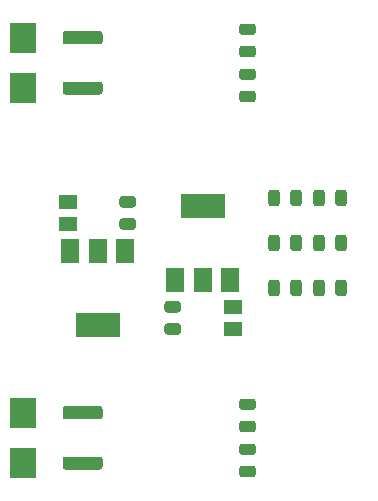
<source format=gbr>
G04 #@! TF.GenerationSoftware,KiCad,Pcbnew,(5.1.8)-1*
G04 #@! TF.CreationDate,2022-10-22T17:33:47+02:00*
G04 #@! TF.ProjectId,RP_LM2596-KfzPowerSafeguard,52505f4c-4d32-4353-9936-2d4b667a506f,rev?*
G04 #@! TF.SameCoordinates,Original*
G04 #@! TF.FileFunction,Paste,Top*
G04 #@! TF.FilePolarity,Positive*
%FSLAX46Y46*%
G04 Gerber Fmt 4.6, Leading zero omitted, Abs format (unit mm)*
G04 Created by KiCad (PCBNEW (5.1.8)-1) date 2022-10-22 17:33:47*
%MOMM*%
%LPD*%
G01*
G04 APERTURE LIST*
%ADD10R,2.300000X2.500000*%
%ADD11R,1.500000X1.200000*%
%ADD12R,3.800000X2.000000*%
%ADD13R,1.500000X2.000000*%
G04 APERTURE END LIST*
D10*
X97790000Y-98035000D03*
X97790000Y-93735000D03*
X97790000Y-61985000D03*
X97790000Y-66285000D03*
D11*
X101600000Y-77785000D03*
X101600000Y-75885000D03*
X115570000Y-86675000D03*
X115570000Y-84775000D03*
G36*
G01*
X104320001Y-66835000D02*
X101419999Y-66835000D01*
G75*
G02*
X101170000Y-66585001I0J249999D01*
G01*
X101170000Y-65959999D01*
G75*
G02*
X101419999Y-65710000I249999J0D01*
G01*
X104320001Y-65710000D01*
G75*
G02*
X104570000Y-65959999I0J-249999D01*
G01*
X104570000Y-66585001D01*
G75*
G02*
X104320001Y-66835000I-249999J0D01*
G01*
G37*
G36*
G01*
X104320001Y-62560000D02*
X101419999Y-62560000D01*
G75*
G02*
X101170000Y-62310001I0J249999D01*
G01*
X101170000Y-61684999D01*
G75*
G02*
X101419999Y-61435000I249999J0D01*
G01*
X104320001Y-61435000D01*
G75*
G02*
X104570000Y-61684999I0J-249999D01*
G01*
X104570000Y-62310001D01*
G75*
G02*
X104320001Y-62560000I-249999J0D01*
G01*
G37*
G36*
G01*
X101419999Y-97460000D02*
X104320001Y-97460000D01*
G75*
G02*
X104570000Y-97709999I0J-249999D01*
G01*
X104570000Y-98335001D01*
G75*
G02*
X104320001Y-98585000I-249999J0D01*
G01*
X101419999Y-98585000D01*
G75*
G02*
X101170000Y-98335001I0J249999D01*
G01*
X101170000Y-97709999D01*
G75*
G02*
X101419999Y-97460000I249999J0D01*
G01*
G37*
G36*
G01*
X101419999Y-93185000D02*
X104320001Y-93185000D01*
G75*
G02*
X104570000Y-93434999I0J-249999D01*
G01*
X104570000Y-94060001D01*
G75*
G02*
X104320001Y-94310000I-249999J0D01*
G01*
X101419999Y-94310000D01*
G75*
G02*
X101170000Y-94060001I0J249999D01*
G01*
X101170000Y-93434999D01*
G75*
G02*
X101419999Y-93185000I249999J0D01*
G01*
G37*
D12*
X104140000Y-86335000D03*
D13*
X104140000Y-80035000D03*
X101840000Y-80035000D03*
X106440000Y-80035000D03*
X110730000Y-82525000D03*
X115330000Y-82525000D03*
X113030000Y-82525000D03*
D12*
X113030000Y-76225000D03*
G36*
G01*
X107136250Y-78260000D02*
X106223750Y-78260000D01*
G75*
G02*
X105980000Y-78016250I0J243750D01*
G01*
X105980000Y-77528750D01*
G75*
G02*
X106223750Y-77285000I243750J0D01*
G01*
X107136250Y-77285000D01*
G75*
G02*
X107380000Y-77528750I0J-243750D01*
G01*
X107380000Y-78016250D01*
G75*
G02*
X107136250Y-78260000I-243750J0D01*
G01*
G37*
G36*
G01*
X107136250Y-76385000D02*
X106223750Y-76385000D01*
G75*
G02*
X105980000Y-76141250I0J243750D01*
G01*
X105980000Y-75653750D01*
G75*
G02*
X106223750Y-75410000I243750J0D01*
G01*
X107136250Y-75410000D01*
G75*
G02*
X107380000Y-75653750I0J-243750D01*
G01*
X107380000Y-76141250D01*
G75*
G02*
X107136250Y-76385000I-243750J0D01*
G01*
G37*
G36*
G01*
X110033750Y-86175000D02*
X110946250Y-86175000D01*
G75*
G02*
X111190000Y-86418750I0J-243750D01*
G01*
X111190000Y-86906250D01*
G75*
G02*
X110946250Y-87150000I-243750J0D01*
G01*
X110033750Y-87150000D01*
G75*
G02*
X109790000Y-86906250I0J243750D01*
G01*
X109790000Y-86418750D01*
G75*
G02*
X110033750Y-86175000I243750J0D01*
G01*
G37*
G36*
G01*
X110033750Y-84300000D02*
X110946250Y-84300000D01*
G75*
G02*
X111190000Y-84543750I0J-243750D01*
G01*
X111190000Y-85031250D01*
G75*
G02*
X110946250Y-85275000I-243750J0D01*
G01*
X110033750Y-85275000D01*
G75*
G02*
X109790000Y-85031250I0J243750D01*
G01*
X109790000Y-84543750D01*
G75*
G02*
X110033750Y-84300000I243750J0D01*
G01*
G37*
G36*
G01*
X117296250Y-97340000D02*
X116383750Y-97340000D01*
G75*
G02*
X116140000Y-97096250I0J243750D01*
G01*
X116140000Y-96608750D01*
G75*
G02*
X116383750Y-96365000I243750J0D01*
G01*
X117296250Y-96365000D01*
G75*
G02*
X117540000Y-96608750I0J-243750D01*
G01*
X117540000Y-97096250D01*
G75*
G02*
X117296250Y-97340000I-243750J0D01*
G01*
G37*
G36*
G01*
X117296250Y-99215000D02*
X116383750Y-99215000D01*
G75*
G02*
X116140000Y-98971250I0J243750D01*
G01*
X116140000Y-98483750D01*
G75*
G02*
X116383750Y-98240000I243750J0D01*
G01*
X117296250Y-98240000D01*
G75*
G02*
X117540000Y-98483750I0J-243750D01*
G01*
X117540000Y-98971250D01*
G75*
G02*
X117296250Y-99215000I-243750J0D01*
G01*
G37*
G36*
G01*
X116383750Y-60805000D02*
X117296250Y-60805000D01*
G75*
G02*
X117540000Y-61048750I0J-243750D01*
G01*
X117540000Y-61536250D01*
G75*
G02*
X117296250Y-61780000I-243750J0D01*
G01*
X116383750Y-61780000D01*
G75*
G02*
X116140000Y-61536250I0J243750D01*
G01*
X116140000Y-61048750D01*
G75*
G02*
X116383750Y-60805000I243750J0D01*
G01*
G37*
G36*
G01*
X116383750Y-62680000D02*
X117296250Y-62680000D01*
G75*
G02*
X117540000Y-62923750I0J-243750D01*
G01*
X117540000Y-63411250D01*
G75*
G02*
X117296250Y-63655000I-243750J0D01*
G01*
X116383750Y-63655000D01*
G75*
G02*
X116140000Y-63411250I0J243750D01*
G01*
X116140000Y-62923750D01*
G75*
G02*
X116383750Y-62680000I243750J0D01*
G01*
G37*
G36*
G01*
X116383750Y-92555000D02*
X117296250Y-92555000D01*
G75*
G02*
X117540000Y-92798750I0J-243750D01*
G01*
X117540000Y-93286250D01*
G75*
G02*
X117296250Y-93530000I-243750J0D01*
G01*
X116383750Y-93530000D01*
G75*
G02*
X116140000Y-93286250I0J243750D01*
G01*
X116140000Y-92798750D01*
G75*
G02*
X116383750Y-92555000I243750J0D01*
G01*
G37*
G36*
G01*
X116383750Y-94430000D02*
X117296250Y-94430000D01*
G75*
G02*
X117540000Y-94673750I0J-243750D01*
G01*
X117540000Y-95161250D01*
G75*
G02*
X117296250Y-95405000I-243750J0D01*
G01*
X116383750Y-95405000D01*
G75*
G02*
X116140000Y-95161250I0J243750D01*
G01*
X116140000Y-94673750D01*
G75*
G02*
X116383750Y-94430000I243750J0D01*
G01*
G37*
G36*
G01*
X117296250Y-65590001D02*
X116383750Y-65590001D01*
G75*
G02*
X116140000Y-65346251I0J243750D01*
G01*
X116140000Y-64858751D01*
G75*
G02*
X116383750Y-64615001I243750J0D01*
G01*
X117296250Y-64615001D01*
G75*
G02*
X117540000Y-64858751I0J-243750D01*
G01*
X117540000Y-65346251D01*
G75*
G02*
X117296250Y-65590001I-243750J0D01*
G01*
G37*
G36*
G01*
X117296250Y-67465001D02*
X116383750Y-67465001D01*
G75*
G02*
X116140000Y-67221251I0J243750D01*
G01*
X116140000Y-66733751D01*
G75*
G02*
X116383750Y-66490001I243750J0D01*
G01*
X117296250Y-66490001D01*
G75*
G02*
X117540000Y-66733751I0J-243750D01*
G01*
X117540000Y-67221251D01*
G75*
G02*
X117296250Y-67465001I-243750J0D01*
G01*
G37*
G36*
G01*
X122400000Y-83641250D02*
X122400000Y-82728750D01*
G75*
G02*
X122643750Y-82485000I243750J0D01*
G01*
X123131250Y-82485000D01*
G75*
G02*
X123375000Y-82728750I0J-243750D01*
G01*
X123375000Y-83641250D01*
G75*
G02*
X123131250Y-83885000I-243750J0D01*
G01*
X122643750Y-83885000D01*
G75*
G02*
X122400000Y-83641250I0J243750D01*
G01*
G37*
G36*
G01*
X124275000Y-83641250D02*
X124275000Y-82728750D01*
G75*
G02*
X124518750Y-82485000I243750J0D01*
G01*
X125006250Y-82485000D01*
G75*
G02*
X125250000Y-82728750I0J-243750D01*
G01*
X125250000Y-83641250D01*
G75*
G02*
X125006250Y-83885000I-243750J0D01*
G01*
X124518750Y-83885000D01*
G75*
G02*
X124275000Y-83641250I0J243750D01*
G01*
G37*
G36*
G01*
X119565000Y-82728750D02*
X119565000Y-83641250D01*
G75*
G02*
X119321250Y-83885000I-243750J0D01*
G01*
X118833750Y-83885000D01*
G75*
G02*
X118590000Y-83641250I0J243750D01*
G01*
X118590000Y-82728750D01*
G75*
G02*
X118833750Y-82485000I243750J0D01*
G01*
X119321250Y-82485000D01*
G75*
G02*
X119565000Y-82728750I0J-243750D01*
G01*
G37*
G36*
G01*
X121440000Y-82728750D02*
X121440000Y-83641250D01*
G75*
G02*
X121196250Y-83885000I-243750J0D01*
G01*
X120708750Y-83885000D01*
G75*
G02*
X120465000Y-83641250I0J243750D01*
G01*
X120465000Y-82728750D01*
G75*
G02*
X120708750Y-82485000I243750J0D01*
G01*
X121196250Y-82485000D01*
G75*
G02*
X121440000Y-82728750I0J-243750D01*
G01*
G37*
G36*
G01*
X122400000Y-79831250D02*
X122400000Y-78918750D01*
G75*
G02*
X122643750Y-78675000I243750J0D01*
G01*
X123131250Y-78675000D01*
G75*
G02*
X123375000Y-78918750I0J-243750D01*
G01*
X123375000Y-79831250D01*
G75*
G02*
X123131250Y-80075000I-243750J0D01*
G01*
X122643750Y-80075000D01*
G75*
G02*
X122400000Y-79831250I0J243750D01*
G01*
G37*
G36*
G01*
X124275000Y-79831250D02*
X124275000Y-78918750D01*
G75*
G02*
X124518750Y-78675000I243750J0D01*
G01*
X125006250Y-78675000D01*
G75*
G02*
X125250000Y-78918750I0J-243750D01*
G01*
X125250000Y-79831250D01*
G75*
G02*
X125006250Y-80075000I-243750J0D01*
G01*
X124518750Y-80075000D01*
G75*
G02*
X124275000Y-79831250I0J243750D01*
G01*
G37*
G36*
G01*
X119565000Y-78918750D02*
X119565000Y-79831250D01*
G75*
G02*
X119321250Y-80075000I-243750J0D01*
G01*
X118833750Y-80075000D01*
G75*
G02*
X118590000Y-79831250I0J243750D01*
G01*
X118590000Y-78918750D01*
G75*
G02*
X118833750Y-78675000I243750J0D01*
G01*
X119321250Y-78675000D01*
G75*
G02*
X119565000Y-78918750I0J-243750D01*
G01*
G37*
G36*
G01*
X121440000Y-78918750D02*
X121440000Y-79831250D01*
G75*
G02*
X121196250Y-80075000I-243750J0D01*
G01*
X120708750Y-80075000D01*
G75*
G02*
X120465000Y-79831250I0J243750D01*
G01*
X120465000Y-78918750D01*
G75*
G02*
X120708750Y-78675000I243750J0D01*
G01*
X121196250Y-78675000D01*
G75*
G02*
X121440000Y-78918750I0J-243750D01*
G01*
G37*
G36*
G01*
X124275000Y-76021250D02*
X124275000Y-75108750D01*
G75*
G02*
X124518750Y-74865000I243750J0D01*
G01*
X125006250Y-74865000D01*
G75*
G02*
X125250000Y-75108750I0J-243750D01*
G01*
X125250000Y-76021250D01*
G75*
G02*
X125006250Y-76265000I-243750J0D01*
G01*
X124518750Y-76265000D01*
G75*
G02*
X124275000Y-76021250I0J243750D01*
G01*
G37*
G36*
G01*
X122400000Y-76021250D02*
X122400000Y-75108750D01*
G75*
G02*
X122643750Y-74865000I243750J0D01*
G01*
X123131250Y-74865000D01*
G75*
G02*
X123375000Y-75108750I0J-243750D01*
G01*
X123375000Y-76021250D01*
G75*
G02*
X123131250Y-76265000I-243750J0D01*
G01*
X122643750Y-76265000D01*
G75*
G02*
X122400000Y-76021250I0J243750D01*
G01*
G37*
G36*
G01*
X121440000Y-75108750D02*
X121440000Y-76021250D01*
G75*
G02*
X121196250Y-76265000I-243750J0D01*
G01*
X120708750Y-76265000D01*
G75*
G02*
X120465000Y-76021250I0J243750D01*
G01*
X120465000Y-75108750D01*
G75*
G02*
X120708750Y-74865000I243750J0D01*
G01*
X121196250Y-74865000D01*
G75*
G02*
X121440000Y-75108750I0J-243750D01*
G01*
G37*
G36*
G01*
X119565000Y-75108750D02*
X119565000Y-76021250D01*
G75*
G02*
X119321250Y-76265000I-243750J0D01*
G01*
X118833750Y-76265000D01*
G75*
G02*
X118590000Y-76021250I0J243750D01*
G01*
X118590000Y-75108750D01*
G75*
G02*
X118833750Y-74865000I243750J0D01*
G01*
X119321250Y-74865000D01*
G75*
G02*
X119565000Y-75108750I0J-243750D01*
G01*
G37*
M02*

</source>
